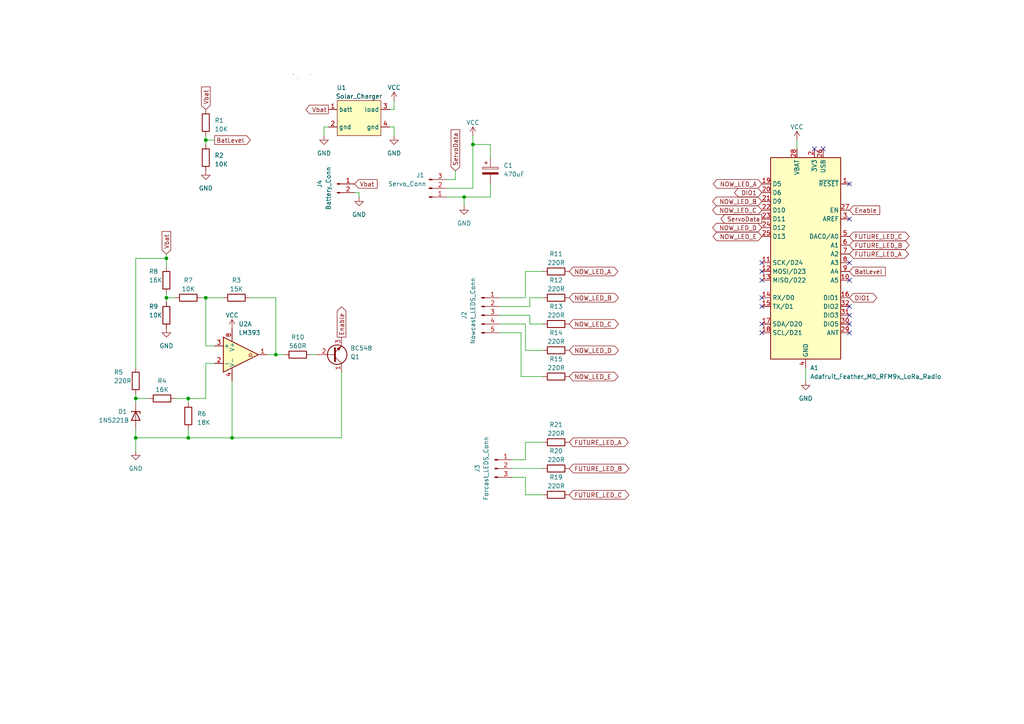
<source format=kicad_sch>
(kicad_sch (version 20230121) (generator eeschema)
  (paper "A4")
  (lib_symbols
    (symbol "Comparator:LM393" (pin_names (offset 0.127))
      (property "Reference" "U" (at 3.81 3.81 0))
      (property "Value" "LM393" (at 6.35 -3.81 0))
      (symbol "LM393_1_1"
        (polyline (pts (xy -5.08 5.08) (xy 5.08 0) (xy -5.08 -5.08) (xy -5.08 5.08)) (stroke (width 0.254)) (fill (type background)))
        (polyline (pts (xy 3.302 -0.508) (xy 2.794 -0.508) (xy 3.302 0) (xy 2.794 0.508) (xy 2.286 0) (xy 2.794 -0.508) (xy 2.286 -0.508)) (stroke (width 0.127)))
        (pin open_collector line (at 7.62 0 180) (length 2.54) (name "~") (number "1"))
        (pin input line (at -7.62 -2.54 0) (length 2.54) (name "-") (number "2"))
        (pin input line (at -7.62 2.54 0) (length 2.54) (name "+") (number "3"))
      )
      (symbol "LM393_2_1"
        (polyline (pts (xy -5.08 5.08) (xy 5.08 0) (xy -5.08 -5.08) (xy -5.08 5.08)) (stroke (width 0.254)) (fill (type background)))
        (polyline (pts (xy 3.302 -0.508) (xy 2.794 -0.508) (xy 3.302 0) (xy 2.794 0.508) (xy 2.286 0) (xy 2.794 -0.508) (xy 2.286 -0.508)) (stroke (width 0.127)))
        (pin input line (at -7.62 2.54 0) (length 2.54) (name "+") (number "5"))
        (pin input line (at -7.62 -2.54 0) (length 2.54) (name "-") (number "6"))
        (pin open_collector line (at 7.62 0 180) (length 2.54) (name "~") (number "7"))
      )
      (symbol "LM393_3_1"
        (pin power_in line (at -2.54 -7.62 90) (length 3.81) (name "V-") (number "4"))
        (pin power_in line (at -2.54 7.62 270) (length 3.81) (name "V+") (number "8"))
      )
    )
    (symbol "Connector:Conn_01x02_Pin" (pin_names (offset 1.016) hide)
      (property "Reference" "J" (at 0 2.54 0))
      (property "Value" "Conn_01x02_Pin" (at 0 -5.08 0))
      (symbol "Conn_01x02_Pin_1_1"
        (polyline (pts (xy 1.27 -2.54) (xy 0.8636 -2.54)) (stroke (width 0.1524)))
        (polyline (pts (xy 1.27 0) (xy 0.8636 0)) (stroke (width 0.1524)))
        (rectangle (start 0.8636 -2.413) (end 0 -2.667) (stroke (width 0.1524)) (fill (type outline)))
        (rectangle (start 0.8636 0.127) (end 0 -0.127) (stroke (width 0.1524)) (fill (type outline)))
        (pin passive line (at 5.08 0 180) (length 3.81) (name "Pin_1") (number "1"))
        (pin passive line (at 5.08 -2.54 180) (length 3.81) (name "Pin_2") (number "2"))
      )
    )
    (symbol "Connector:Conn_01x03_Pin" (pin_names (offset 1.016) hide)
      (property "Reference" "J" (at 0 5.08 0))
      (property "Value" "Conn_01x03_Pin" (at 0 -5.08 0))
      (symbol "Conn_01x03_Pin_1_1"
        (polyline (pts (xy 1.27 -2.54) (xy 0.8636 -2.54)) (stroke (width 0.1524)))
        (polyline (pts (xy 1.27 0) (xy 0.8636 0)) (stroke (width 0.1524)))
        (polyline (pts (xy 1.27 2.54) (xy 0.8636 2.54)) (stroke (width 0.1524)))
        (rectangle (start 0.8636 -2.413) (end 0 -2.667) (stroke (width 0.1524)) (fill (type outline)))
        (rectangle (start 0.8636 0.127) (end 0 -0.127) (stroke (width 0.1524)) (fill (type outline)))
        (rectangle (start 0.8636 2.667) (end 0 2.413) (stroke (width 0.1524)) (fill (type outline)))
        (pin passive line (at 5.08 2.54 180) (length 3.81) (name "Pin_1") (number "1"))
        (pin passive line (at 5.08 0 180) (length 3.81) (name "Pin_2") (number "2"))
        (pin passive line (at 5.08 -2.54 180) (length 3.81) (name "Pin_3") (number "3"))
      )
    )
    (symbol "Connector:Conn_01x05_Pin" (pin_names (offset 1.016) hide)
      (property "Reference" "J" (at 0 7.62 0))
      (property "Value" "Conn_01x05_Pin" (at 0 -7.62 0))
      (symbol "Conn_01x05_Pin_1_1"
        (polyline (pts (xy 1.27 -5.08) (xy 0.8636 -5.08)) (stroke (width 0.1524)))
        (polyline (pts (xy 1.27 -2.54) (xy 0.8636 -2.54)) (stroke (width 0.1524)))
        (polyline (pts (xy 1.27 0) (xy 0.8636 0)) (stroke (width 0.1524)))
        (polyline (pts (xy 1.27 2.54) (xy 0.8636 2.54)) (stroke (width 0.1524)))
        (polyline (pts (xy 1.27 5.08) (xy 0.8636 5.08)) (stroke (width 0.1524)))
        (rectangle (start 0.8636 -4.953) (end 0 -5.207) (stroke (width 0.1524)) (fill (type outline)))
        (rectangle (start 0.8636 -2.413) (end 0 -2.667) (stroke (width 0.1524)) (fill (type outline)))
        (rectangle (start 0.8636 0.127) (end 0 -0.127) (stroke (width 0.1524)) (fill (type outline)))
        (rectangle (start 0.8636 2.667) (end 0 2.413) (stroke (width 0.1524)) (fill (type outline)))
        (rectangle (start 0.8636 5.207) (end 0 4.953) (stroke (width 0.1524)) (fill (type outline)))
        (pin passive line (at 5.08 5.08 180) (length 3.81) (name "Pin_1") (number "1"))
        (pin passive line (at 5.08 2.54 180) (length 3.81) (name "Pin_2") (number "2"))
        (pin passive line (at 5.08 0 180) (length 3.81) (name "Pin_3") (number "3"))
        (pin passive line (at 5.08 -2.54 180) (length 3.81) (name "Pin_4") (number "4"))
        (pin passive line (at 5.08 -5.08 180) (length 3.81) (name "Pin_5") (number "5"))
      )
    )
    (symbol "Device:C_Polarized" (pin_numbers hide) (pin_names (offset 0.254))
      (property "Reference" "C" (at 0.635 2.54 0))
      (property "Value" "C_Polarized" (at 0.635 -2.54 0))
      (symbol "C_Polarized_0_1"
        (rectangle (start -2.286 0.508) (end 2.286 1.016))
        (polyline (pts (xy -1.778 2.286) (xy -0.762 2.286)))
        (polyline (pts (xy -1.27 2.794) (xy -1.27 1.778)))
        (rectangle (start 2.286 -0.508) (end -2.286 -1.016) (fill (type outline)))
      )
      (symbol "C_Polarized_1_1"
        (pin passive line (at 0 3.81 270) (length 2.794) (name "~") (number "1"))
        (pin passive line (at 0 -3.81 90) (length 2.794) (name "~") (number "2"))
      )
    )
    (symbol "Device:D_Zener" (pin_numbers hide) (pin_names (offset 1.016) hide)
      (property "Reference" "D" (at 0 2.54 0))
      (property "Value" "D_Zener" (at 0 -2.54 0))
      (symbol "D_Zener_0_1"
        (polyline (pts (xy 1.27 0) (xy -1.27 0)))
        (polyline (pts (xy -1.27 -1.27) (xy -1.27 1.27) (xy -0.762 1.27)) (stroke (width 0.254)))
        (polyline (pts (xy 1.27 -1.27) (xy 1.27 1.27) (xy -1.27 0) (xy 1.27 -1.27)) (stroke (width 0.254)))
      )
      (symbol "D_Zener_1_1"
        (pin passive line (at -3.81 0 0) (length 2.54) (name "K") (number "1"))
        (pin passive line (at 3.81 0 180) (length 2.54) (name "A") (number "2"))
      )
    )
    (symbol "Device:R" (pin_numbers hide) (pin_names (offset 0))
      (property "Reference" "R" (at 2.032 0 90))
      (property "Value" "R" (at 0 0 90))
      (symbol "R_0_1"
        (rectangle (start -1.016 -2.54) (end 1.016 2.54) (stroke (width 0.254)))
      )
      (symbol "R_1_1"
        (pin passive line (at 0 3.81 270) (length 1.27) (name "~") (number "1"))
        (pin passive line (at 0 -3.81 90) (length 1.27) (name "~") (number "2"))
      )
    )
    (symbol "MCU_Module:Adafruit_Feather_M0_RFM9x_LoRa_Radio"
      (property "Reference" "A" (at -10.16 29.21 0))
      (property "Value" "Adafruit_Feather_M0_RFM9x_LoRa_Radio" (at 2.54 -31.75 0))
      (symbol "Adafruit_Feather_M0_RFM9x_LoRa_Radio_0_1"
        (rectangle (start -10.16 27.94) (end 10.16 -30.48) (stroke (width 0.254)) (fill (type background)))
      )
      (symbol "Adafruit_Feather_M0_RFM9x_LoRa_Radio_1_1"
        (pin input line (at 12.7 20.32 180) (length 2.54) (name "~{RESET}") (number "1"))
        (pin bidirectional line (at 12.7 -7.62 180) (length 2.54) (name "A5") (number "10"))
        (pin bidirectional line (at -12.7 -2.54 0) (length 2.54) (name "SCK/D24") (number "11"))
        (pin bidirectional line (at -12.7 -5.08 0) (length 2.54) (name "MOSI/D23") (number "12"))
        (pin bidirectional line (at -12.7 -7.62 0) (length 2.54) (name "MISO/D22") (number "13"))
        (pin bidirectional line (at -12.7 -12.7 0) (length 2.54) (name "RX/D0") (number "14"))
        (pin bidirectional line (at -12.7 -15.24 0) (length 2.54) (name "TX/D1") (number "15"))
        (pin bidirectional line (at 12.7 -12.7 180) (length 2.54) (name "DIO1") (number "16"))
        (pin bidirectional line (at -12.7 -20.32 0) (length 2.54) (name "SDA/D20") (number "17"))
        (pin bidirectional line (at -12.7 -22.86 0) (length 2.54) (name "SCL/D21") (number "18"))
        (pin bidirectional line (at -12.7 20.32 0) (length 2.54) (name "D5") (number "19"))
        (pin power_in line (at 2.54 30.48 270) (length 2.54) (name "3V3") (number "2"))
        (pin bidirectional line (at -12.7 17.78 0) (length 2.54) (name "D6") (number "20"))
        (pin bidirectional line (at -12.7 15.24 0) (length 2.54) (name "D9") (number "21"))
        (pin bidirectional line (at -12.7 12.7 0) (length 2.54) (name "D10") (number "22"))
        (pin bidirectional line (at -12.7 10.16 0) (length 2.54) (name "D11") (number "23"))
        (pin bidirectional line (at -12.7 7.62 0) (length 2.54) (name "D12") (number "24"))
        (pin bidirectional line (at -12.7 5.08 0) (length 2.54) (name "D13") (number "25"))
        (pin power_in line (at 5.08 30.48 270) (length 2.54) (name "USB") (number "26"))
        (pin input line (at 12.7 12.7 180) (length 2.54) (name "EN") (number "27"))
        (pin power_in line (at -2.54 30.48 270) (length 2.54) (name "VBAT") (number "28"))
        (pin bidirectional line (at 12.7 -22.86 180) (length 2.54) (name "ANT") (number "29"))
        (pin input line (at 12.7 10.16 180) (length 2.54) (name "AREF") (number "3"))
        (pin bidirectional line (at 12.7 -20.32 180) (length 2.54) (name "DIO5") (number "30"))
        (pin bidirectional line (at 12.7 -17.78 180) (length 2.54) (name "DIO3") (number "31"))
        (pin bidirectional line (at 12.7 -15.24 180) (length 2.54) (name "DIO2") (number "32"))
        (pin power_in line (at 0 -33.02 90) (length 2.54) (name "GND") (number "4"))
        (pin bidirectional line (at 12.7 5.08 180) (length 2.54) (name "DAC0/A0") (number "5"))
        (pin bidirectional line (at 12.7 2.54 180) (length 2.54) (name "A1") (number "6"))
        (pin bidirectional line (at 12.7 0 180) (length 2.54) (name "A2") (number "7"))
        (pin bidirectional line (at 12.7 -2.54 180) (length 2.54) (name "A3") (number "8"))
        (pin bidirectional line (at 12.7 -5.08 180) (length 2.54) (name "A4") (number "9"))
      )
    )
    (symbol "Transistor_BJT:BC548" (pin_names (offset 0) hide)
      (property "Reference" "Q" (at 5.08 1.905 0))
      (property "Value" "BC548" (at 5.08 0 0))
      (symbol "BC548_0_1"
        (polyline (pts (xy 0 0) (xy 0.635 0)))
        (polyline (pts (xy 0.635 0.635) (xy 2.54 2.54)))
        (polyline (pts (xy 0.635 -0.635) (xy 2.54 -2.54) (xy 2.54 -2.54)))
        (polyline (pts (xy 0.635 1.905) (xy 0.635 -1.905) (xy 0.635 -1.905)) (stroke (width 0.508)))
        (polyline (pts (xy 1.27 -1.778) (xy 1.778 -1.27) (xy 2.286 -2.286) (xy 1.27 -1.778) (xy 1.27 -1.778)) (fill (type outline)))
        (circle (center 1.27 0) (radius 2.8194) (stroke (width 0.254)))
      )
      (symbol "BC548_1_1"
        (pin passive line (at 2.54 5.08 270) (length 2.54) (name "C") (number "1"))
        (pin input line (at -5.08 0 0) (length 5.08) (name "B") (number "2"))
        (pin passive line (at 2.54 -5.08 90) (length 2.54) (name "E") (number "3"))
      )
    )
    (symbol "aware:Solar_Charger"
      (property "Reference" "U" (at -6.35 8.89 0))
      (symbol "Solar_Charger_0_1"
        (rectangle (start -19.05 12.7) (end -19.05 12.7))
        (rectangle (start -19.05 12.7) (end -19.05 12.7))
        (rectangle (start -17.78 11.43) (end -17.78 11.43))
        (rectangle (start -13.97 12.7) (end -13.97 12.7))
        (rectangle (start -5.08 -2.54) (end -5.08 -2.54))
      )
      (symbol "Solar_Charger_1_1"
        (rectangle (start -6.35 5.08) (end 6.35 -5.08) (fill (type background)))
        (text "Solar_Charger" (at 0 6.35 0) (effects (font (size 1.27 1.27))))
        (pin output line (at -8.89 2.54 0) (length 2.54) (name "batt") (number "1"))
        (pin output line (at -8.89 -2.54 0) (length 2.54) (name "gnd") (number "2"))
        (pin output line (at 8.89 2.54 180) (length 2.54) (name "load") (number "3"))
        (pin output line (at 8.89 -2.54 180) (length 2.54) (name "gnd") (number "4"))
      )
    )
    (symbol "power:GND" (power) (pin_names (offset 0))
      (property "Value" "GND" (at 0 -3.81 0))
      (symbol "GND_0_1"
        (polyline (pts (xy 0 0) (xy 0 -1.27) (xy 1.27 -1.27) (xy 0 -2.54) (xy -1.27 -1.27) (xy 0 -1.27)))
      )
      (symbol "GND_1_1"
        (pin power_in line (at 0 0 270) (length 0) hide (name "GND") (number "1"))
      )
    )
    (symbol "power:VCC" (power) (pin_names (offset 0))
      (property "Value" "VCC" (at 0 3.81 0))
      (symbol "VCC_0_1"
        (polyline (pts (xy -0.762 1.27) (xy 0 2.54)))
        (polyline (pts (xy 0 0) (xy 0 2.54)))
        (polyline (pts (xy 0 2.54) (xy 0.762 1.27)))
      )
      (symbol "VCC_1_1"
        (pin power_in line (at 0 0 90) (length 0) hide (name "VCC") (number "1"))
      )
    )
  )
  (junction (at 39.37 127))
  (junction (at 80.01 102.87))
  (junction (at 48.26 86.36))
  (junction (at 54.61 115.57))
  (junction (at 67.31 127))
  (junction (at 134.62 57.15))
  (junction (at 59.69 86.36))
  (junction (at 54.61 127))
  (junction (at 59.69 40.64))
  (junction (at 48.26 74.93))
  (junction (at 137.16 41.91))
  (junction (at 39.37 115.57))
  (no_connect (at 220.98 86.36))
  (no_connect (at 220.98 96.52))
  (no_connect (at 238.76 43.18))
  (no_connect (at 220.98 88.9))
  (no_connect (at 246.38 53.34))
  (no_connect (at 236.22 43.18))
  (no_connect (at 246.38 91.44))
  (no_connect (at 246.38 96.52))
  (no_connect (at 246.38 76.2))
  (no_connect (at 220.98 76.2))
  (no_connect (at 220.98 93.98))
  (no_connect (at 220.98 78.74))
  (no_connect (at 246.38 93.98))
  (no_connect (at 246.38 88.9))
  (no_connect (at 220.98 81.28))
  (no_connect (at 246.38 81.28))
  (no_connect (at 246.38 63.5))
  (wire (pts (xy 142.24 53.34) (xy 142.24 57.15)))
  (wire (pts (xy 148.59 135.89) (xy 157.48 135.89)))
  (wire (pts (xy 134.62 57.15) (xy 134.62 59.69)))
  (wire (pts (xy 39.37 74.93) (xy 39.37 106.68)))
  (wire (pts (xy 132.08 49.53) (xy 132.08 52.07)))
  (wire (pts (xy 152.4 138.43) (xy 152.4 143.51)))
  (wire (pts (xy 152.4 143.51) (xy 157.48 143.51)))
  (wire (pts (xy 152.4 78.74) (xy 157.48 78.74)))
  (wire (pts (xy 129.54 54.61) (xy 137.16 54.61)))
  (wire (pts (xy 48.26 86.36) (xy 48.26 87.63)))
  (wire (pts (xy 152.4 128.27) (xy 157.48 128.27)))
  (wire (pts (xy 137.16 54.61) (xy 137.16 41.91)))
  (wire (pts (xy 54.61 115.57) (xy 54.61 116.84)))
  (wire (pts (xy 93.98 36.83) (xy 95.25 36.83)))
  (wire (pts (xy 153.67 93.98) (xy 157.48 93.98)))
  (wire (pts (xy 39.37 127) (xy 39.37 124.46)))
  (wire (pts (xy 72.39 86.36) (xy 80.01 86.36)))
  (wire (pts (xy 152.4 133.35) (xy 152.4 128.27)))
  (wire (pts (xy 144.78 88.9) (xy 153.67 88.9)))
  (wire (pts (xy 39.37 130.81) (xy 39.37 127)))
  (wire (pts (xy 142.24 41.91) (xy 142.24 45.72)))
  (wire (pts (xy 90.17 102.87) (xy 91.44 102.87)))
  (wire (pts (xy 48.26 86.36) (xy 50.8 86.36)))
  (wire (pts (xy 132.08 52.07) (xy 129.54 52.07)))
  (wire (pts (xy 50.8 115.57) (xy 54.61 115.57)))
  (wire (pts (xy 59.69 86.36) (xy 59.69 100.33)))
  (wire (pts (xy 59.69 115.57) (xy 59.69 105.41)))
  (wire (pts (xy 54.61 127) (xy 39.37 127)))
  (wire (pts (xy 54.61 124.46) (xy 54.61 127)))
  (wire (pts (xy 67.31 127) (xy 99.06 127)))
  (wire (pts (xy 80.01 102.87) (xy 77.47 102.87)))
  (wire (pts (xy 114.3 29.21) (xy 114.3 31.75)))
  (wire (pts (xy 151.13 96.52) (xy 151.13 109.22)))
  (wire (pts (xy 39.37 115.57) (xy 43.18 115.57)))
  (wire (pts (xy 152.4 86.36) (xy 152.4 78.74)))
  (wire (pts (xy 231.14 40.64) (xy 231.14 43.18)))
  (wire (pts (xy 59.69 40.64) (xy 59.69 41.91)))
  (wire (pts (xy 144.78 91.44) (xy 153.67 91.44)))
  (wire (pts (xy 114.3 39.37) (xy 114.3 36.83)))
  (wire (pts (xy 59.69 105.41) (xy 62.23 105.41)))
  (wire (pts (xy 102.87 55.88) (xy 104.14 55.88)))
  (wire (pts (xy 67.31 127) (xy 54.61 127)))
  (wire (pts (xy 80.01 86.36) (xy 80.01 102.87)))
  (wire (pts (xy 144.78 93.98) (xy 152.4 93.98)))
  (wire (pts (xy 59.69 100.33) (xy 62.23 100.33)))
  (wire (pts (xy 48.26 85.09) (xy 48.26 86.36)))
  (wire (pts (xy 114.3 31.75) (xy 113.03 31.75)))
  (wire (pts (xy 151.13 109.22) (xy 157.48 109.22)))
  (wire (pts (xy 104.14 55.88) (xy 104.14 57.15)))
  (wire (pts (xy 152.4 93.98) (xy 152.4 101.6)))
  (wire (pts (xy 114.3 36.83) (xy 113.03 36.83)))
  (wire (pts (xy 82.55 102.87) (xy 80.01 102.87)))
  (wire (pts (xy 129.54 57.15) (xy 134.62 57.15)))
  (wire (pts (xy 48.26 74.93) (xy 48.26 77.47)))
  (wire (pts (xy 148.59 133.35) (xy 152.4 133.35)))
  (wire (pts (xy 59.69 40.64) (xy 62.23 40.64)))
  (wire (pts (xy 134.62 57.15) (xy 142.24 57.15)))
  (wire (pts (xy 59.69 39.37) (xy 59.69 40.64)))
  (wire (pts (xy 233.68 106.68) (xy 233.68 110.49)))
  (wire (pts (xy 153.67 86.36) (xy 157.48 86.36)))
  (wire (pts (xy 99.06 107.95) (xy 99.06 127)))
  (wire (pts (xy 137.16 41.91) (xy 142.24 41.91)))
  (wire (pts (xy 144.78 96.52) (xy 151.13 96.52)))
  (wire (pts (xy 144.78 86.36) (xy 152.4 86.36)))
  (wire (pts (xy 148.59 138.43) (xy 152.4 138.43)))
  (wire (pts (xy 137.16 39.37) (xy 137.16 41.91)))
  (wire (pts (xy 64.77 86.36) (xy 59.69 86.36)))
  (wire (pts (xy 67.31 110.49) (xy 67.31 127)))
  (wire (pts (xy 58.42 86.36) (xy 59.69 86.36)))
  (wire (pts (xy 39.37 115.57) (xy 39.37 114.3)))
  (wire (pts (xy 48.26 73.66) (xy 48.26 74.93)))
  (wire (pts (xy 153.67 88.9) (xy 153.67 86.36)))
  (wire (pts (xy 93.98 39.37) (xy 93.98 36.83)))
  (wire (pts (xy 152.4 101.6) (xy 157.48 101.6)))
  (wire (pts (xy 153.67 91.44) (xy 153.67 93.98)))
  (wire (pts (xy 54.61 115.57) (xy 59.69 115.57)))
  (wire (pts (xy 48.26 74.93) (xy 39.37 74.93)))
  (wire (pts (xy 39.37 116.84) (xy 39.37 115.57)))
  (global_label "NOW_LED_A" (shape bidirectional) (at 220.98 53.34 180) (property "Intersheetrefs" "${INTERSHEET_REFS}" (effects hide)))
  (global_label "Enable" (shape input) (at 246.38 60.96 0) (property "Intersheetrefs" "${INTERSHEET_REFS}" (effects hide)))
  (global_label "NOW_LED_C" (shape bidirectional) (at 165.1 93.98 0) (property "Intersheetrefs" "${INTERSHEET_REFS}" (effects hide)))
  (global_label "Vbat" (shape output) (at 95.25 31.75 180) (property "Intersheetrefs" "${INTERSHEET_REFS}" (effects hide)))
  (global_label "FUTURE_LED_A" (shape bidirectional) (at 165.1 128.27 0) (property "Intersheetrefs" "${INTERSHEET_REFS}" (effects hide)))
  (global_label "FUTURE_LED_A" (shape bidirectional) (at 246.38 73.66 0) (property "Intersheetrefs" "${INTERSHEET_REFS}" (effects hide)))
  (global_label "ServoData" (shape input) (at 132.08 49.53 90) (property "Intersheetrefs" "${INTERSHEET_REFS}" (effects hide)))
  (global_label "DIO1" (shape bidirectional) (at 246.38 86.36 0) (property "Intersheetrefs" "${INTERSHEET_REFS}" (effects hide)))
  (global_label "FUTURE_LED_B" (shape bidirectional) (at 165.1 135.89 0) (property "Intersheetrefs" "${INTERSHEET_REFS}" (effects hide)))
  (global_label "Vbat" (shape input) (at 48.26 73.66 90) (property "Intersheetrefs" "${INTERSHEET_REFS}" (effects hide)))
  (global_label "FUTURE_LED_B" (shape bidirectional) (at 246.38 71.12 0) (property "Intersheetrefs" "${INTERSHEET_REFS}" (effects hide)))
  (global_label "NOW_LED_C" (shape bidirectional) (at 220.98 60.96 180) (property "Intersheetrefs" "${INTERSHEET_REFS}" (effects hide)))
  (global_label "NOW_LED_D" (shape bidirectional) (at 165.1 101.6 0) (property "Intersheetrefs" "${INTERSHEET_REFS}" (effects hide)))
  (global_label "NOW_LED_A" (shape bidirectional) (at 165.1 78.74 0) (property "Intersheetrefs" "${INTERSHEET_REFS}" (effects hide)))
  (global_label "Vbat" (shape input) (at 59.69 31.75 90) (property "Intersheetrefs" "${INTERSHEET_REFS}" (effects hide)))
  (global_label "FUTURE_LED_C" (shape bidirectional) (at 246.38 68.58 0) (property "Intersheetrefs" "${INTERSHEET_REFS}" (effects hide)))
  (global_label "Vbat" (shape input) (at 102.87 53.34 0) (property "Intersheetrefs" "${INTERSHEET_REFS}" (effects hide)))
  (global_label "NOW_LED_B" (shape bidirectional) (at 220.98 58.42 180) (property "Intersheetrefs" "${INTERSHEET_REFS}" (effects hide)))
  (global_label "BatLevel" (shape input) (at 246.38 78.74 0) (property "Intersheetrefs" "${INTERSHEET_REFS}" (effects hide)))
  (global_label "DIO1" (shape bidirectional) (at 220.98 55.88 180) (property "Intersheetrefs" "${INTERSHEET_REFS}" (effects hide)))
  (global_label "BatLevel" (shape output) (at 62.23 40.64 0) (property "Intersheetrefs" "${INTERSHEET_REFS}" (effects hide)))
  (global_label "FUTURE_LED_C" (shape bidirectional) (at 165.1 143.51 0) (property "Intersheetrefs" "${INTERSHEET_REFS}" (effects hide)))
  (global_label "ServoData" (shape output) (at 220.98 63.5 180) (property "Intersheetrefs" "${INTERSHEET_REFS}" (effects hide)))
  (global_label "Enable" (shape output) (at 99.06 97.79 90) (property "Intersheetrefs" "${INTERSHEET_REFS}" (effects hide)))
  (global_label "NOW_LED_D" (shape bidirectional) (at 220.98 66.04 180) (property "Intersheetrefs" "${INTERSHEET_REFS}" (effects hide)))
  (global_label "NOW_LED_B" (shape bidirectional) (at 165.1 86.36 0) (property "Intersheetrefs" "${INTERSHEET_REFS}" (effects hide)))
  (global_label "NOW_LED_E" (shape bidirectional) (at 220.98 68.58 180) (property "Intersheetrefs" "${INTERSHEET_REFS}" (effects hide)))
  (global_label "NOW_LED_E" (shape bidirectional) (at 165.1 109.22 0) (property "Intersheetrefs" "${INTERSHEET_REFS}" (effects hide)))
  (symbol (lib_id "Device:R") (at 161.29 135.89 90) (unit 1)
    (property "Reference" "R20" (at 161.29 130.81 90))
    (property "Value" "220R" (at 161.29 133.35 90))
    (property "Footprint" "Resistor_THT:R_Axial_DIN0207_L6.3mm_D2.5mm_P7.62mm_Horizontal" (effects hide))
  )
  (symbol (lib_id "aware:Solar_Charger") (at 104.14 34.29 0) (unit 1)
    (property "Reference" "U1" (at 99.06 25.4 0))
    (property "Value" "Solar_Charger" (at 104.14 27.94 0))
    (property "Footprint" "aware:Solar_Charger" (effects hide))
  )
  (symbol (lib_id "Device:R") (at 59.69 45.72 0) (unit 1)
    (property "Reference" "R2" (at 62.23 45.085 0) (effects (justify left)))
    (property "Value" "10K" (at 62.23 47.625 0) (effects (justify left)))
    (property "Footprint" "Resistor_THT:R_Axial_DIN0207_L6.3mm_D2.5mm_P7.62mm_Horizontal" (effects hide))
  )
  (symbol (lib_id "Device:R") (at 46.99 115.57 90) (unit 1)
    (property "Reference" "R4" (at 46.99 110.49 90))
    (property "Value" "16K" (at 46.99 113.03 90))
    (property "Footprint" "Resistor_THT:R_Axial_DIN0207_L6.3mm_D2.5mm_P7.62mm_Horizontal" (effects hide))
  )
  (symbol (lib_id "Comparator:LM393") (at 69.85 102.87 0) (unit 1)
    (property "Reference" "U2" (at 71.12 93.98 0))
    (property "Value" "LM393" (at 72.39 96.52 0))
    (property "Footprint" "Package_DIP:DIP-8_W7.62mm" (effects hide))
    (property "Datasheet" "http://www.ti.com/lit/ds/symlink/lm393.pdf" (effects hide))
  )
  (symbol (lib_id "Device:R") (at 161.29 93.98 90) (unit 1)
    (property "Reference" "R13" (at 161.29 88.9 90))
    (property "Value" "220R" (at 161.29 91.44 90))
    (property "Footprint" "Resistor_THT:R_Axial_DIN0207_L6.3mm_D2.5mm_P7.62mm_Horizontal" (effects hide))
  )
  (symbol (lib_id "Connector:Conn_01x03_Pin") (at 143.51 135.89 0) (unit 1)
    (property "Reference" "J3" (at 138.43 135.89 90))
    (property "Value" "Forcast_LEDS_Conn" (at 140.97 135.89 90))
    (property "Footprint" "Connector_JST:JST_XH_B3B-XH-A_1x03_P2.50mm_Vertical" (effects hide))
  )
  (symbol (lib_id "Connector:Conn_01x05_Pin") (at 139.7 91.44 0) (unit 1)
    (property "Reference" "J2" (at 134.62 91.44 90))
    (property "Value" "Nowcast_LEDS_Conn" (at 137.16 90.17 90))
    (property "Footprint" "Connector_JST:JST_XH_B5B-XH-A_1x05_P2.50mm_Vertical" (effects hide))
  )
  (symbol (lib_id "power:GND") (at 104.14 57.15 0) (unit 1)
    (property "Reference" "#PWR012" (effects hide))
    (property "Value" "GND" (at 104.14 62.23 0))
  )
  (symbol (lib_id "Device:R") (at 48.26 81.28 0) (unit 1)
    (property "Reference" "R8" (at 43.18 78.74 0) (effects (justify left)))
    (property "Value" "16K" (at 43.18 81.28 0) (effects (justify left)))
    (property "Footprint" "Resistor_THT:R_Axial_DIN0207_L6.3mm_D2.5mm_P7.62mm_Horizontal" (effects hide))
  )
  (symbol (lib_id "Device:R") (at 161.29 101.6 90) (unit 1)
    (property "Reference" "R14" (at 161.29 96.52 90))
    (property "Value" "220R" (at 161.29 99.06 90))
    (property "Footprint" "Resistor_THT:R_Axial_DIN0207_L6.3mm_D2.5mm_P7.62mm_Horizontal" (effects hide))
  )
  (symbol (lib_id "Device:R") (at 48.26 91.44 0) (unit 1)
    (property "Reference" "R9" (at 43.18 88.9 0) (effects (justify left)))
    (property "Value" "10K" (at 43.18 91.44 0) (effects (justify left)))
    (property "Footprint" "Resistor_THT:R_Axial_DIN0207_L6.3mm_D2.5mm_P7.62mm_Horizontal" (effects hide))
  )
  (symbol (lib_id "Device:C_Polarized") (at 142.24 49.53 0) (unit 1)
    (property "Reference" "C1" (at 146.05 48.006 0) (effects (justify left)))
    (property "Value" "470uF" (at 146.05 50.546 0) (effects (justify left)))
    (property "Footprint" "Capacitor_THT:CP_Radial_D10.0mm_P2.50mm" (effects hide))
  )
  (symbol (lib_id "Device:R") (at 161.29 128.27 90) (unit 1)
    (property "Reference" "R21" (at 161.29 123.19 90))
    (property "Value" "220R" (at 161.29 125.73 90))
    (property "Footprint" "Resistor_THT:R_Axial_DIN0207_L6.3mm_D2.5mm_P7.62mm_Horizontal" (effects hide))
  )
  (symbol (lib_id "Device:D_Zener") (at 39.37 120.65 270) (unit 1)
    (property "Reference" "D1" (at 35.56 119.38 90))
    (property "Value" "1N5221B" (at 33.02 121.92 90))
    (property "Footprint" "Diode_THT:D_DO-35_SOD27_P7.62mm_Horizontal" (effects hide))
  )
  (symbol (lib_id "Device:R") (at 59.69 35.56 0) (unit 1)
    (property "Reference" "R1" (at 62.23 34.925 0) (effects (justify left)))
    (property "Value" "10K" (at 62.23 37.465 0) (effects (justify left)))
    (property "Footprint" "Resistor_THT:R_Axial_DIN0207_L6.3mm_D2.5mm_P7.62mm_Horizontal" (effects hide))
  )
  (symbol (lib_id "MCU_Module:Adafruit_Feather_M0_RFM9x_LoRa_Radio") (at 233.68 73.66 0) (unit 1)
    (property "Reference" "A1" (at 234.95 106.68 0) (effects (justify left)))
    (property "Value" "Adafruit_Feather_M0_RFM9x_LoRa_Radio" (at 234.95 109.22 0) (effects (justify left)))
    (property "Footprint" "aware:Adafruit_Feather_M0_RFM" (effects hide))
    (property "Datasheet" "https://cdn-learn.adafruit.com/downloads/pdf/adafruit-feather-m0-radio-with-lora-radio-module.pdf" (effects hide))
  )
  (symbol (lib_id "power:GND") (at 39.37 130.81 0) (unit 1)
    (property "Reference" "#PWR010" (effects hide))
    (property "Value" "GND" (at 39.37 135.89 0))
  )
  (symbol (lib_id "Connector:Conn_01x02_Pin") (at 97.79 53.34 0) (unit 1)
    (property "Reference" "J4" (at 92.71 53.34 90))
    (property "Value" "Battery_Conn" (at 95.25 54.61 90))
    (property "Footprint" "Connector_JST:JST_XH_B2B-XH-A_1x02_P2.50mm_Vertical" (effects hide))
  )
  (symbol (lib_id "Connector:Conn_01x03_Pin") (at 124.46 54.61 0) (mirror x) (unit 1)
    (property "Reference" "J1" (at 121.92 50.8 0))
    (property "Value" "Servo_Conn" (at 118.11 53.34 0))
    (property "Footprint" "Connector_PinSocket_2.54mm:PinSocket_1x03_P2.54mm_Vertical" (effects hide))
  )
  (symbol (lib_id "Device:R") (at 161.29 143.51 90) (unit 1)
    (property "Reference" "R19" (at 161.29 138.43 90))
    (property "Value" "220R" (at 161.29 140.97 90))
    (property "Footprint" "Resistor_THT:R_Axial_DIN0207_L6.3mm_D2.5mm_P7.62mm_Horizontal" (effects hide))
  )
  (symbol (lib_id "Device:R") (at 68.58 86.36 90) (unit 1)
    (property "Reference" "R3" (at 68.58 81.28 90))
    (property "Value" "15K" (at 68.58 83.82 90))
    (property "Footprint" "Resistor_THT:R_Axial_DIN0207_L6.3mm_D2.5mm_P7.62mm_Horizontal" (effects hide))
  )
  (symbol (lib_id "Device:R") (at 161.29 109.22 90) (unit 1)
    (property "Reference" "R15" (at 161.29 104.14 90))
    (property "Value" "220R" (at 161.29 106.68 90))
    (property "Footprint" "Resistor_THT:R_Axial_DIN0207_L6.3mm_D2.5mm_P7.62mm_Horizontal" (effects hide))
  )
  (symbol (lib_id "power:VCC") (at 231.14 40.64 0) (unit 1)
    (property "Reference" "#PWR05" (effects hide))
    (property "Value" "VCC" (at 231.14 36.83 0))
  )
  (symbol (lib_id "power:GND") (at 134.62 59.69 0) (unit 1)
    (property "Reference" "#PWR09" (effects hide))
    (property "Value" "GND" (at 134.62 64.77 0))
  )
  (symbol (lib_id "power:VCC") (at 137.16 39.37 0) (unit 1)
    (property "Reference" "#PWR011" (effects hide))
    (property "Value" "VCC" (at 137.16 35.56 0))
  )
  (symbol (lib_id "Device:R") (at 54.61 86.36 90) (unit 1)
    (property "Reference" "R7" (at 54.61 81.28 90))
    (property "Value" "10K" (at 54.61 83.82 90))
    (property "Footprint" "Resistor_THT:R_Axial_DIN0207_L6.3mm_D2.5mm_P7.62mm_Horizontal" (effects hide))
  )
  (symbol (lib_id "power:VCC") (at 114.3 29.21 0) (unit 1)
    (property "Reference" "#PWR04" (effects hide))
    (property "Value" "VCC" (at 114.3 25.4 0))
  )
  (symbol (lib_id "Device:R") (at 86.36 102.87 90) (unit 1)
    (property "Reference" "R10" (at 86.36 97.79 90))
    (property "Value" "560R" (at 86.36 100.33 90))
    (property "Footprint" "Resistor_THT:R_Axial_DIN0207_L6.3mm_D2.5mm_P7.62mm_Horizontal" (effects hide))
  )
  (symbol (lib_id "power:GND") (at 114.3 39.37 0) (unit 1)
    (property "Reference" "#PWR02" (effects hide))
    (property "Value" "GND" (at 114.3 44.45 0))
  )
  (symbol (lib_id "Device:R") (at 161.29 78.74 90) (unit 1)
    (property "Reference" "R11" (at 161.29 73.66 90))
    (property "Value" "220R" (at 161.29 76.2 90))
    (property "Footprint" "Resistor_THT:R_Axial_DIN0207_L6.3mm_D2.5mm_P7.62mm_Horizontal" (effects hide))
  )
  (symbol (lib_id "power:VCC") (at 67.31 95.25 0) (unit 1)
    (property "Reference" "#PWR08" (effects hide))
    (property "Value" "VCC" (at 67.31 91.44 0))
  )
  (symbol (lib_id "Transistor_BJT:BC548") (at 96.52 102.87 0) (mirror x) (unit 1)
    (property "Reference" "Q1" (at 101.6 103.505 0) (effects (justify left)))
    (property "Value" "BC548" (at 101.6 100.965 0) (effects (justify left)))
    (property "Footprint" "Package_TO_SOT_THT:TO-92_Inline_Wide" (effects hide))
    (property "Datasheet" "https://www.onsemi.com/pub/Collateral/BC550-D.pdf" (effects hide))
  )
  (symbol (lib_id "Device:R") (at 39.37 110.49 180) (unit 1)
    (property "Reference" "R5" (at 33.02 107.95 0) (effects (justify right)))
    (property "Value" "220R" (at 33.02 110.49 0) (effects (justify right)))
    (property "Footprint" "Resistor_THT:R_Axial_DIN0207_L6.3mm_D2.5mm_P7.62mm_Horizontal" (effects hide))
  )
  (symbol (lib_id "power:GND") (at 233.68 110.49 0) (unit 1)
    (property "Reference" "#PWR01" (effects hide))
    (property "Value" "GND" (at 233.68 115.57 0))
  )
  (symbol (lib_id "power:GND") (at 48.26 95.25 0) (unit 1)
    (property "Reference" "#PWR07" (effects hide))
    (property "Value" "GND" (at 48.26 100.33 0))
  )
  (symbol (lib_id "Device:R") (at 161.29 86.36 90) (unit 1)
    (property "Reference" "R12" (at 161.29 81.28 90))
    (property "Value" "220R" (at 161.29 83.82 90))
    (property "Footprint" "Resistor_THT:R_Axial_DIN0207_L6.3mm_D2.5mm_P7.62mm_Horizontal" (effects hide))
  )
  (symbol (lib_id "power:GND") (at 93.98 39.37 0) (unit 1)
    (property "Reference" "#PWR03" (effects hide))
    (property "Value" "GND" (at 93.98 44.45 0))
  )
  (symbol (lib_id "Comparator:LM393") (at 69.85 102.87 0) (unit 3)
    (property "Reference" "U2" (effects hide))
    (property "Value" "LM393" (effects hide))
    (property "Footprint" "Package_DIP:DIP-8_W7.62mm" (effects hide))
    (property "Datasheet" "http://www.ti.com/lit/ds/symlink/lm393.pdf" (effects hide))
  )
  (symbol (lib_id "power:GND") (at 59.69 49.53 0) (unit 1)
    (property "Reference" "#PWR06" (effects hide))
    (property "Value" "GND" (at 59.69 54.61 0))
  )
  (symbol (lib_id "Device:R") (at 54.61 120.65 0) (unit 1)
    (property "Reference" "R6" (at 57.15 120.015 0) (effects (justify left)))
    (property "Value" "18K" (at 57.15 122.555 0) (effects (justify left)))
    (property "Footprint" "Resistor_THT:R_Axial_DIN0207_L6.3mm_D2.5mm_P7.62mm_Horizontal" (effects hide))
  )
)
</source>
